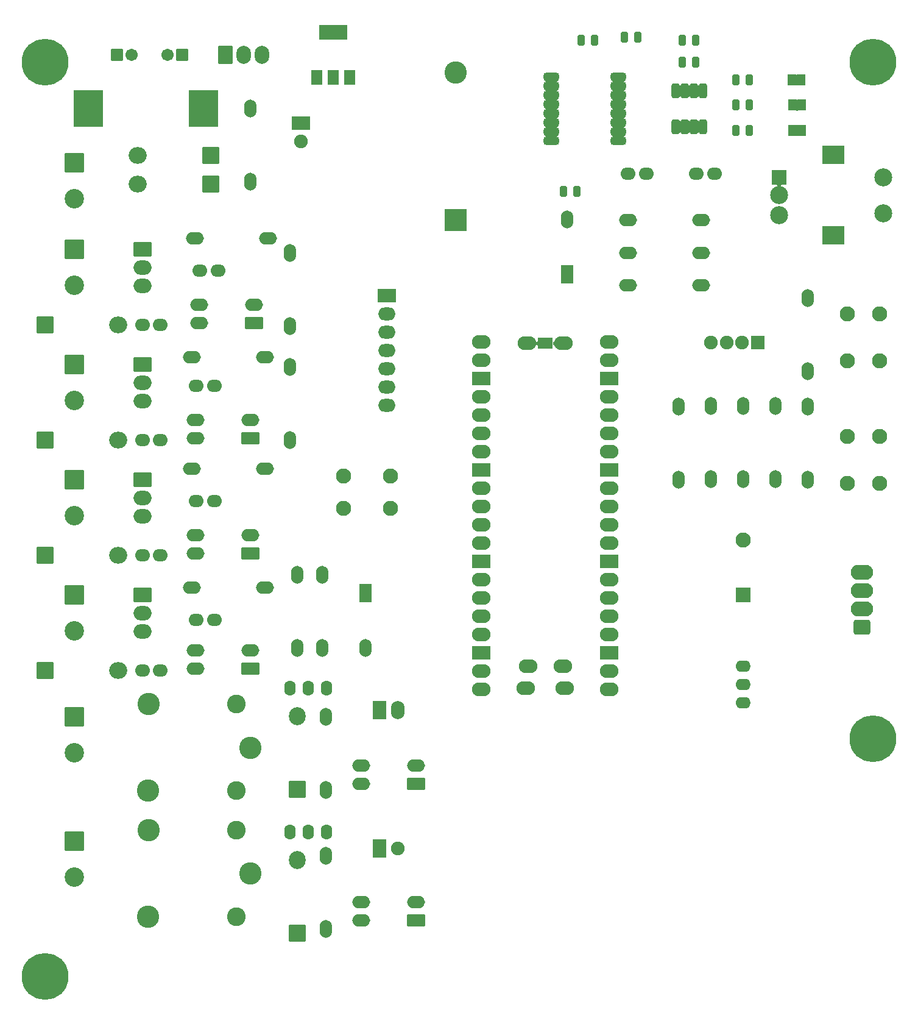
<source format=gbr>
G04 #@! TF.GenerationSoftware,KiCad,Pcbnew,(6.0.4)*
G04 #@! TF.CreationDate,2022-05-04T19:00:33-03:00*
G04 #@! TF.ProjectId,P_Inyectores_Rpi_pico,505f496e-7965-4637-946f-7265735f5270,rev?*
G04 #@! TF.SameCoordinates,Original*
G04 #@! TF.FileFunction,Soldermask,Bot*
G04 #@! TF.FilePolarity,Negative*
%FSLAX46Y46*%
G04 Gerber Fmt 4.6, Leading zero omitted, Abs format (unit mm)*
G04 Created by KiCad (PCBNEW (6.0.4)) date 2022-05-04 19:00:33*
%MOMM*%
%LPD*%
G01*
G04 APERTURE LIST*
G04 Aperture macros list*
%AMRoundRect*
0 Rectangle with rounded corners*
0 $1 Rounding radius*
0 $2 $3 $4 $5 $6 $7 $8 $9 X,Y pos of 4 corners*
0 Add a 4 corners polygon primitive as box body*
4,1,4,$2,$3,$4,$5,$6,$7,$8,$9,$2,$3,0*
0 Add four circle primitives for the rounded corners*
1,1,$1+$1,$2,$3*
1,1,$1+$1,$4,$5*
1,1,$1+$1,$6,$7*
1,1,$1+$1,$8,$9*
0 Add four rect primitives between the rounded corners*
20,1,$1+$1,$2,$3,$4,$5,0*
20,1,$1+$1,$4,$5,$6,$7,0*
20,1,$1+$1,$6,$7,$8,$9,0*
20,1,$1+$1,$8,$9,$2,$3,0*%
G04 Aperture macros list end*
%ADD10C,6.502000*%
%ADD11O,1.702000X2.502000*%
%ADD12RoundRect,0.051000X-1.300000X1.300000X-1.300000X-1.300000X1.300000X-1.300000X1.300000X1.300000X0*%
%ADD13C,2.702000*%
%ADD14RoundRect,0.051000X-1.000000X-1.000000X1.000000X-1.000000X1.000000X1.000000X-1.000000X1.000000X0*%
%ADD15C,2.502000*%
%ADD16RoundRect,0.051000X-1.500000X-1.250000X1.500000X-1.250000X1.500000X1.250000X-1.500000X1.250000X0*%
%ADD17O,2.502000X1.702000*%
%ADD18RoundRect,0.051000X-1.100000X-1.100000X1.100000X-1.100000X1.100000X1.100000X-1.100000X1.100000X0*%
%ADD19O,2.502000X2.302000*%
%ADD20O,2.102000X1.702000*%
%ADD21RoundRect,0.051000X1.000000X-1.000000X1.000000X1.000000X-1.000000X1.000000X-1.000000X-1.000000X0*%
%ADD22C,2.102000*%
%ADD23RoundRect,0.051000X1.100000X-1.100000X1.100000X1.100000X-1.100000X1.100000X-1.100000X-1.100000X0*%
%ADD24O,2.302000X2.502000*%
%ADD25RoundRect,0.051000X-1.200000X0.952500X-1.200000X-0.952500X1.200000X-0.952500X1.200000X0.952500X0*%
%ADD26O,2.502000X2.007000*%
%ADD27C,3.102000*%
%ADD28C,2.602000*%
%ADD29O,1.602000X2.102000*%
%ADD30RoundRect,0.051000X-0.900000X-1.200000X0.900000X-1.200000X0.900000X1.200000X-0.900000X1.200000X0*%
%ADD31C,1.902000*%
%ADD32RoundRect,0.051000X1.200000X0.800000X-1.200000X0.800000X-1.200000X-0.800000X1.200000X-0.800000X0*%
%ADD33O,1.902000X2.502000*%
%ADD34RoundRect,0.051000X0.900000X0.900000X-0.900000X0.900000X-0.900000X-0.900000X0.900000X-0.900000X0*%
%ADD35O,2.602000X1.902000*%
%ADD36RoundRect,0.051000X1.250000X0.850000X-1.250000X0.850000X-1.250000X-0.850000X1.250000X-0.850000X0*%
%ADD37RoundRect,0.051000X1.000000X0.750000X-1.000000X0.750000X-1.000000X-0.750000X1.000000X-0.750000X0*%
%ADD38RoundRect,0.051000X-0.800000X1.250000X-0.800000X-1.250000X0.800000X-1.250000X0.800000X1.250000X0*%
%ADD39RoundRect,0.051000X-1.250000X-0.850000X1.250000X-0.850000X1.250000X0.850000X-1.250000X0.850000X0*%
%ADD40O,2.402000X1.802000*%
%ADD41RoundRect,0.051000X1.500000X-1.500000X1.500000X1.500000X-1.500000X1.500000X-1.500000X-1.500000X0*%
%ADD42RoundRect,0.051000X0.800000X-1.250000X0.800000X1.250000X-0.800000X1.250000X-0.800000X-1.250000X0*%
%ADD43RoundRect,0.051000X0.800000X0.800000X-0.800000X0.800000X-0.800000X-0.800000X0.800000X-0.800000X0*%
%ADD44C,1.702000*%
%ADD45RoundRect,0.051000X-0.800000X-0.800000X0.800000X-0.800000X0.800000X0.800000X-0.800000X0.800000X0*%
%ADD46RoundRect,0.051000X-0.952500X-1.200000X0.952500X-1.200000X0.952500X1.200000X-0.952500X1.200000X0*%
%ADD47O,2.007000X2.502000*%
%ADD48RoundRect,0.051000X-1.200000X0.900000X-1.200000X-0.900000X1.200000X-0.900000X1.200000X0.900000X0*%
%ADD49RoundRect,0.051000X1.100000X1.100000X-1.100000X1.100000X-1.100000X-1.100000X1.100000X-1.100000X0*%
%ADD50O,2.102000X1.602000*%
%ADD51RoundRect,0.338356X0.812644X-0.712644X0.812644X0.712644X-0.812644X0.712644X-0.812644X-0.712644X0*%
%ADD52O,3.102000X2.102000*%
%ADD53RoundRect,0.294750X0.243750X0.456250X-0.243750X0.456250X-0.243750X-0.456250X0.243750X-0.456250X0*%
%ADD54RoundRect,0.051000X0.500000X0.750000X-0.500000X0.750000X-0.500000X-0.750000X0.500000X-0.750000X0*%
%ADD55RoundRect,0.301000X0.775000X0.250000X-0.775000X0.250000X-0.775000X-0.250000X0.775000X-0.250000X0*%
%ADD56RoundRect,0.051000X2.000000X2.500000X-2.000000X2.500000X-2.000000X-2.500000X2.000000X-2.500000X0*%
%ADD57RoundRect,0.051000X0.750000X-1.000000X0.750000X1.000000X-0.750000X1.000000X-0.750000X-1.000000X0*%
%ADD58RoundRect,0.051000X1.900000X-1.000000X1.900000X1.000000X-1.900000X1.000000X-1.900000X-1.000000X0*%
%ADD59RoundRect,0.301000X0.250000X-0.750000X0.250000X0.750000X-0.250000X0.750000X-0.250000X-0.750000X0*%
%ADD60RoundRect,0.294750X-0.243750X-0.456250X0.243750X-0.456250X0.243750X0.456250X-0.243750X0.456250X0*%
G04 APERTURE END LIST*
D10*
X26000000Y-153000000D03*
X141000000Y-26000000D03*
D11*
X64500000Y-97250000D03*
X64500000Y-107410000D03*
X65000000Y-117000000D03*
X65000000Y-127160000D03*
D12*
X30000000Y-68000000D03*
D13*
X30000000Y-73000000D03*
D11*
X65000000Y-136300000D03*
X65000000Y-146460000D03*
D14*
X128000000Y-42000000D03*
D15*
X128000000Y-47250000D03*
X128000000Y-44500000D03*
D16*
X135500000Y-38900000D03*
X135500000Y-50100000D03*
D15*
X142500000Y-42000000D03*
X142500000Y-47000000D03*
D17*
X56500000Y-82500000D03*
X46340000Y-82500000D03*
D11*
X61000000Y-97250000D03*
X61000000Y-107410000D03*
D17*
X56500000Y-99000000D03*
X46340000Y-99000000D03*
D10*
X26000000Y-26000000D03*
D18*
X26000000Y-94500000D03*
D19*
X36160000Y-94500000D03*
D18*
X26000000Y-78500000D03*
D19*
X36160000Y-78500000D03*
D20*
X47000000Y-71000000D03*
X49500000Y-71000000D03*
D21*
X123000000Y-100000000D03*
D22*
X123000000Y-92400000D03*
D23*
X61000000Y-127000000D03*
D24*
X61000000Y-116840000D03*
D23*
X61000000Y-147000000D03*
D24*
X61000000Y-136840000D03*
D12*
X30000000Y-117000000D03*
D13*
X30000000Y-122000000D03*
D20*
X47000000Y-103500000D03*
X49500000Y-103500000D03*
X47000000Y-87000000D03*
X49500000Y-87000000D03*
D25*
X39500000Y-52000000D03*
D26*
X39500000Y-54540000D03*
X39500000Y-57080000D03*
D17*
X107000000Y-52500000D03*
X117160000Y-52500000D03*
D25*
X39500000Y-100000000D03*
D26*
X39500000Y-102540000D03*
X39500000Y-105080000D03*
D27*
X54500000Y-121250000D03*
D28*
X52550000Y-115200000D03*
D27*
X40350000Y-115200000D03*
X40300000Y-127250000D03*
D28*
X52550000Y-127200000D03*
D17*
X107000000Y-57000000D03*
X117160000Y-57000000D03*
D11*
X123000000Y-73750000D03*
X123000000Y-83910000D03*
D29*
X60000000Y-113000000D03*
X62540000Y-113000000D03*
X65080000Y-113000000D03*
D30*
X72500000Y-135250000D03*
D31*
X75040000Y-135250000D03*
D29*
X60000000Y-133000000D03*
X62540000Y-133000000D03*
X65080000Y-133000000D03*
D11*
X118500000Y-73750000D03*
X118500000Y-83910000D03*
D27*
X54500000Y-138750000D03*
D28*
X52550000Y-132700000D03*
D27*
X40350000Y-132700000D03*
X40300000Y-144750000D03*
D28*
X52550000Y-144700000D03*
D20*
X42000000Y-94500000D03*
X39500000Y-94500000D03*
D22*
X142000000Y-61000000D03*
X142000000Y-67500000D03*
X137500000Y-61000000D03*
X137500000Y-67500000D03*
X142000000Y-78000000D03*
X142000000Y-84500000D03*
X137500000Y-78000000D03*
X137500000Y-84500000D03*
D20*
X42000000Y-62500000D03*
X39500000Y-62500000D03*
X42000000Y-110500000D03*
X39500000Y-110500000D03*
X42000000Y-78500000D03*
X39500000Y-78500000D03*
X107000000Y-41500000D03*
X109500000Y-41500000D03*
D12*
X30000000Y-40000000D03*
D13*
X30000000Y-45000000D03*
D12*
X30000000Y-100000000D03*
D13*
X30000000Y-105000000D03*
D12*
X30000000Y-84000000D03*
D13*
X30000000Y-89000000D03*
D12*
X30000000Y-134250000D03*
D13*
X30000000Y-139250000D03*
D32*
X77500000Y-126250000D03*
D17*
X77500000Y-123710000D03*
X69880000Y-123710000D03*
X69880000Y-126250000D03*
D32*
X77500000Y-145250000D03*
D17*
X77500000Y-142710000D03*
X69880000Y-142710000D03*
X69880000Y-145250000D03*
D30*
X72500000Y-116000000D03*
D33*
X75040000Y-116000000D03*
D25*
X39500000Y-84000000D03*
D26*
X39500000Y-86540000D03*
X39500000Y-89080000D03*
D25*
X39500000Y-68000000D03*
D26*
X39500000Y-70540000D03*
X39500000Y-73080000D03*
D17*
X56500000Y-67000000D03*
X46340000Y-67000000D03*
D32*
X54500000Y-78250000D03*
D17*
X54500000Y-75710000D03*
X46880000Y-75710000D03*
X46880000Y-78250000D03*
D34*
X125000000Y-65000000D03*
D31*
X122841000Y-65000000D03*
X120682000Y-65000000D03*
X118523000Y-65000000D03*
D11*
X60000000Y-52500000D03*
X60000000Y-62660000D03*
X60000000Y-78500000D03*
X60000000Y-68340000D03*
D17*
X107000000Y-48000000D03*
X117160000Y-48000000D03*
D35*
X97925000Y-109970000D03*
X93075000Y-109970000D03*
X92775000Y-113000000D03*
X98225000Y-113000000D03*
X104390000Y-113130000D03*
X104390000Y-110590000D03*
D36*
X104390000Y-108050000D03*
D35*
X104390000Y-105510000D03*
X104390000Y-102970000D03*
X104390000Y-100430000D03*
X104390000Y-97890000D03*
D36*
X104390000Y-95350000D03*
D35*
X104390000Y-92810000D03*
X104390000Y-90270000D03*
X104390000Y-87730000D03*
X104390000Y-85190000D03*
D36*
X104390000Y-82650000D03*
D35*
X104390000Y-80110000D03*
X104390000Y-77570000D03*
X104390000Y-75030000D03*
X104390000Y-72490000D03*
D36*
X104390000Y-69950000D03*
D35*
X104390000Y-67410000D03*
X104390000Y-64870000D03*
X86610000Y-64870000D03*
X86610000Y-67410000D03*
D36*
X86610000Y-69950000D03*
D35*
X86610000Y-72490000D03*
X86610000Y-75030000D03*
X86610000Y-77570000D03*
X86610000Y-80110000D03*
D36*
X86610000Y-82650000D03*
D35*
X86610000Y-85190000D03*
X86610000Y-87730000D03*
X86610000Y-90270000D03*
X86610000Y-92810000D03*
D36*
X86610000Y-95350000D03*
D35*
X86610000Y-97890000D03*
X86610000Y-100430000D03*
X86610000Y-102970000D03*
X86610000Y-105510000D03*
D36*
X86610000Y-108050000D03*
D35*
X86610000Y-110590000D03*
X86610000Y-113130000D03*
X98040000Y-65100000D03*
D37*
X95500000Y-65100000D03*
D35*
X92960000Y-65100000D03*
D38*
X70500000Y-99750000D03*
D11*
X70500000Y-107370000D03*
D20*
X119000000Y-41500000D03*
X116500000Y-41500000D03*
D39*
X73500000Y-58500000D03*
D40*
X73500000Y-61040000D03*
X73500000Y-63580000D03*
X73500000Y-66120000D03*
X73500000Y-68660000D03*
X73500000Y-71200000D03*
X73500000Y-73740000D03*
D41*
X83000000Y-48000000D03*
D27*
X83000000Y-27510000D03*
D11*
X132000000Y-84000000D03*
X132000000Y-73840000D03*
D10*
X141000000Y-120000000D03*
D42*
X98500000Y-55500000D03*
D11*
X98500000Y-47880000D03*
D43*
X45000000Y-25000000D03*
D44*
X43000000Y-25000000D03*
D45*
X36000000Y-25000000D03*
D44*
X38000000Y-25000000D03*
D46*
X51000000Y-25000000D03*
D47*
X53540000Y-25000000D03*
X56080000Y-25000000D03*
D48*
X61500000Y-34500000D03*
D31*
X61500000Y-37040000D03*
D22*
X67500000Y-88000000D03*
X74000000Y-88000000D03*
X67500000Y-83500000D03*
X74000000Y-83500000D03*
D11*
X54500000Y-32500000D03*
X54500000Y-42660000D03*
D49*
X49000000Y-39000000D03*
D19*
X38840000Y-39000000D03*
D11*
X114000000Y-84000000D03*
X114000000Y-73840000D03*
X127500000Y-73750000D03*
X127500000Y-83910000D03*
D50*
X123000000Y-115000000D03*
X123000000Y-112460000D03*
X123000000Y-109920000D03*
D17*
X57000000Y-50500000D03*
X46840000Y-50500000D03*
D20*
X47500000Y-55000000D03*
X50000000Y-55000000D03*
D32*
X55000000Y-62250000D03*
D17*
X55000000Y-59710000D03*
X47380000Y-59710000D03*
X47380000Y-62250000D03*
D18*
X26000000Y-62500000D03*
D19*
X36160000Y-62500000D03*
D18*
X26000000Y-110500000D03*
D19*
X36160000Y-110500000D03*
D12*
X30000000Y-52000000D03*
D13*
X30000000Y-57000000D03*
D49*
X49000000Y-43000000D03*
D19*
X38840000Y-43000000D03*
D32*
X54500000Y-110250000D03*
D17*
X54500000Y-107710000D03*
X46880000Y-107710000D03*
X46880000Y-110250000D03*
D32*
X54500000Y-94250000D03*
D17*
X54500000Y-91710000D03*
X46880000Y-91710000D03*
X46880000Y-94250000D03*
D11*
X132000000Y-69000000D03*
X132000000Y-58840000D03*
D51*
X139500000Y-104500000D03*
D52*
X139500000Y-101960000D03*
X139500000Y-99420000D03*
X139500000Y-96880000D03*
D53*
X123875500Y-28500000D03*
X122000500Y-28500000D03*
D54*
X131150000Y-32000000D03*
X129850000Y-32000000D03*
D53*
X116437500Y-23000000D03*
X114562500Y-23000000D03*
D54*
X131150000Y-35500000D03*
X129850000Y-35500000D03*
D55*
X105650000Y-28055000D03*
X105650000Y-29325000D03*
X105650000Y-30595000D03*
X105650000Y-31865000D03*
X105650000Y-33135000D03*
X105650000Y-34405000D03*
X105650000Y-35675000D03*
X105650000Y-36945000D03*
X96350000Y-36945000D03*
X96350000Y-35675000D03*
X96350000Y-34405000D03*
X96350000Y-33135000D03*
X96350000Y-31865000D03*
X96350000Y-30595000D03*
X96350000Y-29325000D03*
X96350000Y-28055000D03*
D53*
X123875500Y-35500000D03*
X122000500Y-35500000D03*
D56*
X48000000Y-32500000D03*
X32000000Y-32500000D03*
D54*
X131050000Y-28500000D03*
X129750000Y-28500000D03*
D57*
X68300000Y-28150000D03*
D58*
X66000000Y-21850000D03*
D57*
X66000000Y-28150000D03*
X63700000Y-28150000D03*
D59*
X117405000Y-30025000D03*
X116135000Y-30025000D03*
X114865000Y-30025000D03*
X113595000Y-30025000D03*
X113595000Y-34975000D03*
X114865000Y-34975000D03*
X116135000Y-34975000D03*
X117405000Y-34975000D03*
D53*
X116437500Y-26000000D03*
X114562500Y-26000000D03*
D60*
X98000000Y-44000000D03*
X99875000Y-44000000D03*
D53*
X100500500Y-23000000D03*
X102375500Y-23000000D03*
X123875500Y-32000000D03*
X122000500Y-32000000D03*
X108337500Y-22600000D03*
X106462500Y-22600000D03*
G36*
X96552919Y-64754225D02*
G01*
X96572595Y-64821237D01*
X96624938Y-64866592D01*
X96693491Y-64876449D01*
X96756513Y-64847667D01*
X96788295Y-64800761D01*
X96790095Y-64799888D01*
X96791750Y-64801010D01*
X96791886Y-64802387D01*
X96752181Y-64954817D01*
X96742143Y-65146354D01*
X96770825Y-65336006D01*
X96816083Y-65459014D01*
X96815743Y-65460985D01*
X96813866Y-65461676D01*
X96812385Y-65460533D01*
X96788086Y-65407088D01*
X96742624Y-65354445D01*
X96676203Y-65334821D01*
X96609718Y-65354224D01*
X96564228Y-65406545D01*
X96552954Y-65458163D01*
X96551607Y-65459642D01*
X96549653Y-65459215D01*
X96549000Y-65457736D01*
X96549000Y-64754788D01*
X96550000Y-64753056D01*
X96552000Y-64753056D01*
X96552919Y-64754225D01*
G37*
G36*
X94187615Y-64739467D02*
G01*
X94211914Y-64792912D01*
X94257376Y-64845555D01*
X94323797Y-64865179D01*
X94390282Y-64845776D01*
X94435772Y-64793455D01*
X94447046Y-64741837D01*
X94448393Y-64740358D01*
X94450347Y-64740785D01*
X94451000Y-64742264D01*
X94451000Y-65445212D01*
X94450000Y-65446944D01*
X94448000Y-65446944D01*
X94447081Y-65445775D01*
X94427405Y-65378763D01*
X94375062Y-65333408D01*
X94306509Y-65323551D01*
X94243487Y-65352333D01*
X94211705Y-65399239D01*
X94209905Y-65400112D01*
X94208250Y-65398990D01*
X94208114Y-65397613D01*
X94247819Y-65245183D01*
X94257857Y-65053646D01*
X94229175Y-64863994D01*
X94183917Y-64740986D01*
X94184257Y-64739015D01*
X94186134Y-64738324D01*
X94187615Y-64739467D01*
G37*
G36*
X128371143Y-43050000D02*
G01*
X128371143Y-43052000D01*
X128369974Y-43052919D01*
X128302962Y-43072595D01*
X128257607Y-43124938D01*
X128247750Y-43193491D01*
X128276533Y-43256517D01*
X128328600Y-43292028D01*
X128372164Y-43307456D01*
X128373463Y-43308977D01*
X128372795Y-43310862D01*
X128370978Y-43311273D01*
X128216882Y-43269982D01*
X128000000Y-43251007D01*
X127783118Y-43269982D01*
X127643008Y-43307525D01*
X127641076Y-43307007D01*
X127640558Y-43305075D01*
X127641869Y-43303692D01*
X127674575Y-43293002D01*
X127731926Y-43253639D01*
X127758775Y-43189796D01*
X127746846Y-43121574D01*
X127699914Y-43070618D01*
X127636103Y-43052927D01*
X127634701Y-43051501D01*
X127635235Y-43049574D01*
X127636637Y-43049000D01*
X128369411Y-43049000D01*
X128371143Y-43050000D01*
G37*
G36*
X97250804Y-36191816D02*
G01*
X97251616Y-36193644D01*
X97250535Y-36195215D01*
X97240601Y-36200277D01*
X97190031Y-36248037D01*
X97173383Y-36315263D01*
X97195738Y-36380863D01*
X97240564Y-36419705D01*
X97250391Y-36424711D01*
X97251480Y-36426388D01*
X97250572Y-36428170D01*
X97248674Y-36428322D01*
X97193715Y-36404025D01*
X97124880Y-36396000D01*
X95575114Y-36396000D01*
X95505781Y-36404144D01*
X95451185Y-36428395D01*
X95449196Y-36428184D01*
X95448384Y-36426356D01*
X95449465Y-36424785D01*
X95459399Y-36419723D01*
X95509969Y-36371963D01*
X95526617Y-36304737D01*
X95504262Y-36239137D01*
X95459436Y-36200295D01*
X95449609Y-36195289D01*
X95448520Y-36193612D01*
X95449428Y-36191830D01*
X95451326Y-36191678D01*
X95506285Y-36215975D01*
X95575120Y-36224000D01*
X97124886Y-36224000D01*
X97194219Y-36215856D01*
X97248815Y-36191605D01*
X97250804Y-36191816D01*
G37*
G36*
X106550804Y-36191816D02*
G01*
X106551616Y-36193644D01*
X106550535Y-36195215D01*
X106540601Y-36200277D01*
X106490031Y-36248037D01*
X106473383Y-36315263D01*
X106495738Y-36380863D01*
X106540564Y-36419705D01*
X106550391Y-36424711D01*
X106551480Y-36426388D01*
X106550572Y-36428170D01*
X106548674Y-36428322D01*
X106493715Y-36404025D01*
X106424880Y-36396000D01*
X104875114Y-36396000D01*
X104805781Y-36404144D01*
X104751185Y-36428395D01*
X104749196Y-36428184D01*
X104748384Y-36426356D01*
X104749465Y-36424785D01*
X104759399Y-36419723D01*
X104809969Y-36371963D01*
X104826617Y-36304737D01*
X104804262Y-36239137D01*
X104759436Y-36200295D01*
X104749609Y-36195289D01*
X104748520Y-36193612D01*
X104749428Y-36191830D01*
X104751326Y-36191678D01*
X104806285Y-36215975D01*
X104875120Y-36224000D01*
X106424886Y-36224000D01*
X106494219Y-36215856D01*
X106548815Y-36191605D01*
X106550804Y-36191816D01*
G37*
G36*
X130399267Y-34733301D02*
G01*
X130450946Y-34776489D01*
X130519661Y-34785120D01*
X130582291Y-34755156D01*
X130600348Y-34734318D01*
X130602238Y-34733664D01*
X130603749Y-34734974D01*
X130603821Y-34736018D01*
X130601000Y-34750199D01*
X130601000Y-36249801D01*
X130603978Y-36264774D01*
X130603335Y-36266668D01*
X130601373Y-36267058D01*
X130600733Y-36266699D01*
X130549054Y-36223511D01*
X130480339Y-36214880D01*
X130417709Y-36244844D01*
X130399652Y-36265682D01*
X130397762Y-36266336D01*
X130396251Y-36265026D01*
X130396179Y-36263982D01*
X130399000Y-36249801D01*
X130399000Y-34750199D01*
X130396022Y-34735226D01*
X130396665Y-34733332D01*
X130398627Y-34732942D01*
X130399267Y-34733301D01*
G37*
G36*
X114115215Y-34099465D02*
G01*
X114120277Y-34109399D01*
X114168037Y-34159969D01*
X114235263Y-34176617D01*
X114300863Y-34154262D01*
X114339705Y-34109436D01*
X114344711Y-34099609D01*
X114346388Y-34098520D01*
X114348170Y-34099428D01*
X114348322Y-34101326D01*
X114324025Y-34156285D01*
X114316000Y-34225120D01*
X114316000Y-35724886D01*
X114324144Y-35794219D01*
X114348395Y-35848815D01*
X114348184Y-35850804D01*
X114346356Y-35851616D01*
X114344785Y-35850535D01*
X114339723Y-35840601D01*
X114291963Y-35790031D01*
X114224737Y-35773383D01*
X114159137Y-35795738D01*
X114120295Y-35840564D01*
X114115289Y-35850391D01*
X114113612Y-35851480D01*
X114111830Y-35850572D01*
X114111678Y-35848674D01*
X114135975Y-35793715D01*
X114144000Y-35724880D01*
X114144000Y-34225114D01*
X114135856Y-34155781D01*
X114111605Y-34101185D01*
X114111816Y-34099196D01*
X114113644Y-34098384D01*
X114115215Y-34099465D01*
G37*
G36*
X115385215Y-34099465D02*
G01*
X115390277Y-34109399D01*
X115438037Y-34159969D01*
X115505263Y-34176617D01*
X115570863Y-34154262D01*
X115609705Y-34109436D01*
X115614711Y-34099609D01*
X115616388Y-34098520D01*
X115618170Y-34099428D01*
X115618322Y-34101326D01*
X115594025Y-34156285D01*
X115586000Y-34225120D01*
X115586000Y-35724886D01*
X115594144Y-35794219D01*
X115618395Y-35848815D01*
X115618184Y-35850804D01*
X115616356Y-35851616D01*
X115614785Y-35850535D01*
X115609723Y-35840601D01*
X115561963Y-35790031D01*
X115494737Y-35773383D01*
X115429137Y-35795738D01*
X115390295Y-35840564D01*
X115385289Y-35850391D01*
X115383612Y-35851480D01*
X115381830Y-35850572D01*
X115381678Y-35848674D01*
X115405975Y-35793715D01*
X115414000Y-35724880D01*
X115414000Y-34225114D01*
X115405856Y-34155781D01*
X115381605Y-34101185D01*
X115381816Y-34099196D01*
X115383644Y-34098384D01*
X115385215Y-34099465D01*
G37*
G36*
X116655215Y-34099465D02*
G01*
X116660277Y-34109399D01*
X116708037Y-34159969D01*
X116775263Y-34176617D01*
X116840863Y-34154262D01*
X116879705Y-34109436D01*
X116884711Y-34099609D01*
X116886388Y-34098520D01*
X116888170Y-34099428D01*
X116888322Y-34101326D01*
X116864025Y-34156285D01*
X116856000Y-34225120D01*
X116856000Y-35724886D01*
X116864144Y-35794219D01*
X116888395Y-35848815D01*
X116888184Y-35850804D01*
X116886356Y-35851616D01*
X116884785Y-35850535D01*
X116879723Y-35840601D01*
X116831963Y-35790031D01*
X116764737Y-35773383D01*
X116699137Y-35795738D01*
X116660295Y-35840564D01*
X116655289Y-35850391D01*
X116653612Y-35851480D01*
X116651830Y-35850572D01*
X116651678Y-35848674D01*
X116675975Y-35793715D01*
X116684000Y-35724880D01*
X116684000Y-34225114D01*
X116675856Y-34155781D01*
X116651605Y-34101185D01*
X116651816Y-34099196D01*
X116653644Y-34098384D01*
X116655215Y-34099465D01*
G37*
G36*
X106550804Y-34921816D02*
G01*
X106551616Y-34923644D01*
X106550535Y-34925215D01*
X106540601Y-34930277D01*
X106490031Y-34978037D01*
X106473383Y-35045263D01*
X106495738Y-35110863D01*
X106540564Y-35149705D01*
X106550391Y-35154711D01*
X106551480Y-35156388D01*
X106550572Y-35158170D01*
X106548674Y-35158322D01*
X106493715Y-35134025D01*
X106424880Y-35126000D01*
X104875114Y-35126000D01*
X104805781Y-35134144D01*
X104751185Y-35158395D01*
X104749196Y-35158184D01*
X104748384Y-35156356D01*
X104749465Y-35154785D01*
X104759399Y-35149723D01*
X104809969Y-35101963D01*
X104826617Y-35034737D01*
X104804262Y-34969137D01*
X104759436Y-34930295D01*
X104749609Y-34925289D01*
X104748520Y-34923612D01*
X104749428Y-34921830D01*
X104751326Y-34921678D01*
X104806285Y-34945975D01*
X104875120Y-34954000D01*
X106424886Y-34954000D01*
X106494219Y-34945856D01*
X106548815Y-34921605D01*
X106550804Y-34921816D01*
G37*
G36*
X97250804Y-34921816D02*
G01*
X97251616Y-34923644D01*
X97250535Y-34925215D01*
X97240601Y-34930277D01*
X97190031Y-34978037D01*
X97173383Y-35045263D01*
X97195738Y-35110863D01*
X97240564Y-35149705D01*
X97250391Y-35154711D01*
X97251480Y-35156388D01*
X97250572Y-35158170D01*
X97248674Y-35158322D01*
X97193715Y-35134025D01*
X97124880Y-35126000D01*
X95575114Y-35126000D01*
X95505781Y-35134144D01*
X95451185Y-35158395D01*
X95449196Y-35158184D01*
X95448384Y-35156356D01*
X95449465Y-35154785D01*
X95459399Y-35149723D01*
X95509969Y-35101963D01*
X95526617Y-35034737D01*
X95504262Y-34969137D01*
X95459436Y-34930295D01*
X95449609Y-34925289D01*
X95448520Y-34923612D01*
X95449428Y-34921830D01*
X95451326Y-34921678D01*
X95506285Y-34945975D01*
X95575120Y-34954000D01*
X97124886Y-34954000D01*
X97194219Y-34945856D01*
X97248815Y-34921605D01*
X97250804Y-34921816D01*
G37*
G36*
X97250804Y-33651816D02*
G01*
X97251616Y-33653644D01*
X97250535Y-33655215D01*
X97240601Y-33660277D01*
X97190031Y-33708037D01*
X97173383Y-33775263D01*
X97195738Y-33840863D01*
X97240564Y-33879705D01*
X97250391Y-33884711D01*
X97251480Y-33886388D01*
X97250572Y-33888170D01*
X97248674Y-33888322D01*
X97193715Y-33864025D01*
X97124880Y-33856000D01*
X95575114Y-33856000D01*
X95505781Y-33864144D01*
X95451185Y-33888395D01*
X95449196Y-33888184D01*
X95448384Y-33886356D01*
X95449465Y-33884785D01*
X95459399Y-33879723D01*
X95509969Y-33831963D01*
X95526617Y-33764737D01*
X95504262Y-33699137D01*
X95459436Y-33660295D01*
X95449609Y-33655289D01*
X95448520Y-33653612D01*
X95449428Y-33651830D01*
X95451326Y-33651678D01*
X95506285Y-33675975D01*
X95575120Y-33684000D01*
X97124886Y-33684000D01*
X97194219Y-33675856D01*
X97248815Y-33651605D01*
X97250804Y-33651816D01*
G37*
G36*
X106550804Y-33651816D02*
G01*
X106551616Y-33653644D01*
X106550535Y-33655215D01*
X106540601Y-33660277D01*
X106490031Y-33708037D01*
X106473383Y-33775263D01*
X106495738Y-33840863D01*
X106540564Y-33879705D01*
X106550391Y-33884711D01*
X106551480Y-33886388D01*
X106550572Y-33888170D01*
X106548674Y-33888322D01*
X106493715Y-33864025D01*
X106424880Y-33856000D01*
X104875114Y-33856000D01*
X104805781Y-33864144D01*
X104751185Y-33888395D01*
X104749196Y-33888184D01*
X104748384Y-33886356D01*
X104749465Y-33884785D01*
X104759399Y-33879723D01*
X104809969Y-33831963D01*
X104826617Y-33764737D01*
X104804262Y-33699137D01*
X104759436Y-33660295D01*
X104749609Y-33655289D01*
X104748520Y-33653612D01*
X104749428Y-33651830D01*
X104751326Y-33651678D01*
X104806285Y-33675975D01*
X104875120Y-33684000D01*
X106424886Y-33684000D01*
X106494219Y-33675856D01*
X106548815Y-33651605D01*
X106550804Y-33651816D01*
G37*
G36*
X130399267Y-31233301D02*
G01*
X130450946Y-31276489D01*
X130519661Y-31285120D01*
X130582291Y-31255156D01*
X130600348Y-31234318D01*
X130602238Y-31233664D01*
X130603749Y-31234974D01*
X130603821Y-31236018D01*
X130601000Y-31250199D01*
X130601000Y-32749801D01*
X130603978Y-32764774D01*
X130603335Y-32766668D01*
X130601373Y-32767058D01*
X130600733Y-32766699D01*
X130549054Y-32723511D01*
X130480339Y-32714880D01*
X130417709Y-32744844D01*
X130399652Y-32765682D01*
X130397762Y-32766336D01*
X130396251Y-32765026D01*
X130396179Y-32763982D01*
X130399000Y-32749801D01*
X130399000Y-31250199D01*
X130396022Y-31235226D01*
X130396665Y-31233332D01*
X130398627Y-31232942D01*
X130399267Y-31233301D01*
G37*
G36*
X97250804Y-32381816D02*
G01*
X97251616Y-32383644D01*
X97250535Y-32385215D01*
X97240601Y-32390277D01*
X97190031Y-32438037D01*
X97173383Y-32505263D01*
X97195738Y-32570863D01*
X97240564Y-32609705D01*
X97250391Y-32614711D01*
X97251480Y-32616388D01*
X97250572Y-32618170D01*
X97248674Y-32618322D01*
X97193715Y-32594025D01*
X97124880Y-32586000D01*
X95575114Y-32586000D01*
X95505781Y-32594144D01*
X95451185Y-32618395D01*
X95449196Y-32618184D01*
X95448384Y-32616356D01*
X95449465Y-32614785D01*
X95459399Y-32609723D01*
X95509969Y-32561963D01*
X95526617Y-32494737D01*
X95504262Y-32429137D01*
X95459436Y-32390295D01*
X95449609Y-32385289D01*
X95448520Y-32383612D01*
X95449428Y-32381830D01*
X95451326Y-32381678D01*
X95506285Y-32405975D01*
X95575120Y-32414000D01*
X97124886Y-32414000D01*
X97194219Y-32405856D01*
X97248815Y-32381605D01*
X97250804Y-32381816D01*
G37*
G36*
X106550804Y-32381816D02*
G01*
X106551616Y-32383644D01*
X106550535Y-32385215D01*
X106540601Y-32390277D01*
X106490031Y-32438037D01*
X106473383Y-32505263D01*
X106495738Y-32570863D01*
X106540564Y-32609705D01*
X106550391Y-32614711D01*
X106551480Y-32616388D01*
X106550572Y-32618170D01*
X106548674Y-32618322D01*
X106493715Y-32594025D01*
X106424880Y-32586000D01*
X104875114Y-32586000D01*
X104805781Y-32594144D01*
X104751185Y-32618395D01*
X104749196Y-32618184D01*
X104748384Y-32616356D01*
X104749465Y-32614785D01*
X104759399Y-32609723D01*
X104809969Y-32561963D01*
X104826617Y-32494737D01*
X104804262Y-32429137D01*
X104759436Y-32390295D01*
X104749609Y-32385289D01*
X104748520Y-32383612D01*
X104749428Y-32381830D01*
X104751326Y-32381678D01*
X104806285Y-32405975D01*
X104875120Y-32414000D01*
X106424886Y-32414000D01*
X106494219Y-32405856D01*
X106548815Y-32381605D01*
X106550804Y-32381816D01*
G37*
G36*
X97250804Y-31111816D02*
G01*
X97251616Y-31113644D01*
X97250535Y-31115215D01*
X97240601Y-31120277D01*
X97190031Y-31168037D01*
X97173383Y-31235263D01*
X97195738Y-31300863D01*
X97240564Y-31339705D01*
X97250391Y-31344711D01*
X97251480Y-31346388D01*
X97250572Y-31348170D01*
X97248674Y-31348322D01*
X97193715Y-31324025D01*
X97124880Y-31316000D01*
X95575114Y-31316000D01*
X95505781Y-31324144D01*
X95451185Y-31348395D01*
X95449196Y-31348184D01*
X95448384Y-31346356D01*
X95449465Y-31344785D01*
X95459399Y-31339723D01*
X95509969Y-31291963D01*
X95526617Y-31224737D01*
X95504262Y-31159137D01*
X95459436Y-31120295D01*
X95449609Y-31115289D01*
X95448520Y-31113612D01*
X95449428Y-31111830D01*
X95451326Y-31111678D01*
X95506285Y-31135975D01*
X95575120Y-31144000D01*
X97124886Y-31144000D01*
X97194219Y-31135856D01*
X97248815Y-31111605D01*
X97250804Y-31111816D01*
G37*
G36*
X106550804Y-31111816D02*
G01*
X106551616Y-31113644D01*
X106550535Y-31115215D01*
X106540601Y-31120277D01*
X106490031Y-31168037D01*
X106473383Y-31235263D01*
X106495738Y-31300863D01*
X106540564Y-31339705D01*
X106550391Y-31344711D01*
X106551480Y-31346388D01*
X106550572Y-31348170D01*
X106548674Y-31348322D01*
X106493715Y-31324025D01*
X106424880Y-31316000D01*
X104875114Y-31316000D01*
X104805781Y-31324144D01*
X104751185Y-31348395D01*
X104749196Y-31348184D01*
X104748384Y-31346356D01*
X104749465Y-31344785D01*
X104759399Y-31339723D01*
X104809969Y-31291963D01*
X104826617Y-31224737D01*
X104804262Y-31159137D01*
X104759436Y-31120295D01*
X104749609Y-31115289D01*
X104748520Y-31113612D01*
X104749428Y-31111830D01*
X104751326Y-31111678D01*
X104806285Y-31135975D01*
X104875120Y-31144000D01*
X106424886Y-31144000D01*
X106494219Y-31135856D01*
X106548815Y-31111605D01*
X106550804Y-31111816D01*
G37*
G36*
X115385215Y-29149465D02*
G01*
X115390277Y-29159399D01*
X115438037Y-29209969D01*
X115505263Y-29226617D01*
X115570863Y-29204262D01*
X115609705Y-29159436D01*
X115614711Y-29149609D01*
X115616388Y-29148520D01*
X115618170Y-29149428D01*
X115618322Y-29151326D01*
X115594025Y-29206285D01*
X115586000Y-29275120D01*
X115586000Y-30774886D01*
X115594144Y-30844219D01*
X115618395Y-30898815D01*
X115618184Y-30900804D01*
X115616356Y-30901616D01*
X115614785Y-30900535D01*
X115609723Y-30890601D01*
X115561963Y-30840031D01*
X115494737Y-30823383D01*
X115429137Y-30845738D01*
X115390295Y-30890564D01*
X115385289Y-30900391D01*
X115383612Y-30901480D01*
X115381830Y-30900572D01*
X115381678Y-30898674D01*
X115405975Y-30843715D01*
X115414000Y-30774880D01*
X115414000Y-29275114D01*
X115405856Y-29205781D01*
X115381605Y-29151185D01*
X115381816Y-29149196D01*
X115383644Y-29148384D01*
X115385215Y-29149465D01*
G37*
G36*
X114115215Y-29149465D02*
G01*
X114120277Y-29159399D01*
X114168037Y-29209969D01*
X114235263Y-29226617D01*
X114300863Y-29204262D01*
X114339705Y-29159436D01*
X114344711Y-29149609D01*
X114346388Y-29148520D01*
X114348170Y-29149428D01*
X114348322Y-29151326D01*
X114324025Y-29206285D01*
X114316000Y-29275120D01*
X114316000Y-30774886D01*
X114324144Y-30844219D01*
X114348395Y-30898815D01*
X114348184Y-30900804D01*
X114346356Y-30901616D01*
X114344785Y-30900535D01*
X114339723Y-30890601D01*
X114291963Y-30840031D01*
X114224737Y-30823383D01*
X114159137Y-30845738D01*
X114120295Y-30890564D01*
X114115289Y-30900391D01*
X114113612Y-30901480D01*
X114111830Y-30900572D01*
X114111678Y-30898674D01*
X114135975Y-30843715D01*
X114144000Y-30774880D01*
X114144000Y-29275114D01*
X114135856Y-29205781D01*
X114111605Y-29151185D01*
X114111816Y-29149196D01*
X114113644Y-29148384D01*
X114115215Y-29149465D01*
G37*
G36*
X116655215Y-29149465D02*
G01*
X116660277Y-29159399D01*
X116708037Y-29209969D01*
X116775263Y-29226617D01*
X116840863Y-29204262D01*
X116879705Y-29159436D01*
X116884711Y-29149609D01*
X116886388Y-29148520D01*
X116888170Y-29149428D01*
X116888322Y-29151326D01*
X116864025Y-29206285D01*
X116856000Y-29275120D01*
X116856000Y-30774886D01*
X116864144Y-30844219D01*
X116888395Y-30898815D01*
X116888184Y-30900804D01*
X116886356Y-30901616D01*
X116884785Y-30900535D01*
X116879723Y-30890601D01*
X116831963Y-30840031D01*
X116764737Y-30823383D01*
X116699137Y-30845738D01*
X116660295Y-30890564D01*
X116655289Y-30900391D01*
X116653612Y-30901480D01*
X116651830Y-30900572D01*
X116651678Y-30898674D01*
X116675975Y-30843715D01*
X116684000Y-30774880D01*
X116684000Y-29275114D01*
X116675856Y-29205781D01*
X116651605Y-29151185D01*
X116651816Y-29149196D01*
X116653644Y-29148384D01*
X116655215Y-29149465D01*
G37*
G36*
X106550804Y-29841816D02*
G01*
X106551616Y-29843644D01*
X106550535Y-29845215D01*
X106540601Y-29850277D01*
X106490031Y-29898037D01*
X106473383Y-29965263D01*
X106495738Y-30030863D01*
X106540564Y-30069705D01*
X106550391Y-30074711D01*
X106551480Y-30076388D01*
X106550572Y-30078170D01*
X106548674Y-30078322D01*
X106493715Y-30054025D01*
X106424880Y-30046000D01*
X104875114Y-30046000D01*
X104805781Y-30054144D01*
X104751185Y-30078395D01*
X104749196Y-30078184D01*
X104748384Y-30076356D01*
X104749465Y-30074785D01*
X104759399Y-30069723D01*
X104809969Y-30021963D01*
X104826617Y-29954737D01*
X104804262Y-29889137D01*
X104759436Y-29850295D01*
X104749609Y-29845289D01*
X104748520Y-29843612D01*
X104749428Y-29841830D01*
X104751326Y-29841678D01*
X104806285Y-29865975D01*
X104875120Y-29874000D01*
X106424886Y-29874000D01*
X106494219Y-29865856D01*
X106548815Y-29841605D01*
X106550804Y-29841816D01*
G37*
G36*
X97250804Y-29841816D02*
G01*
X97251616Y-29843644D01*
X97250535Y-29845215D01*
X97240601Y-29850277D01*
X97190031Y-29898037D01*
X97173383Y-29965263D01*
X97195738Y-30030863D01*
X97240564Y-30069705D01*
X97250391Y-30074711D01*
X97251480Y-30076388D01*
X97250572Y-30078170D01*
X97248674Y-30078322D01*
X97193715Y-30054025D01*
X97124880Y-30046000D01*
X95575114Y-30046000D01*
X95505781Y-30054144D01*
X95451185Y-30078395D01*
X95449196Y-30078184D01*
X95448384Y-30076356D01*
X95449465Y-30074785D01*
X95459399Y-30069723D01*
X95509969Y-30021963D01*
X95526617Y-29954737D01*
X95504262Y-29889137D01*
X95459436Y-29850295D01*
X95449609Y-29845289D01*
X95448520Y-29843612D01*
X95449428Y-29841830D01*
X95451326Y-29841678D01*
X95506285Y-29865975D01*
X95575120Y-29874000D01*
X97124886Y-29874000D01*
X97194219Y-29865856D01*
X97248815Y-29841605D01*
X97250804Y-29841816D01*
G37*
G36*
X130299267Y-27733301D02*
G01*
X130350946Y-27776489D01*
X130419661Y-27785120D01*
X130482291Y-27755156D01*
X130500348Y-27734318D01*
X130502238Y-27733664D01*
X130503749Y-27734974D01*
X130503821Y-27736018D01*
X130501000Y-27750199D01*
X130501000Y-29249801D01*
X130503978Y-29264774D01*
X130503335Y-29266668D01*
X130501373Y-29267058D01*
X130500733Y-29266699D01*
X130449054Y-29223511D01*
X130380339Y-29214880D01*
X130317709Y-29244844D01*
X130299652Y-29265682D01*
X130297762Y-29266336D01*
X130296251Y-29265026D01*
X130296179Y-29263982D01*
X130299000Y-29249801D01*
X130299000Y-27750199D01*
X130296022Y-27735226D01*
X130296665Y-27733332D01*
X130298627Y-27732942D01*
X130299267Y-27733301D01*
G37*
G36*
X97250804Y-28571816D02*
G01*
X97251616Y-28573644D01*
X97250535Y-28575215D01*
X97240601Y-28580277D01*
X97190031Y-28628037D01*
X97173383Y-28695263D01*
X97195738Y-28760863D01*
X97240564Y-28799705D01*
X97250391Y-28804711D01*
X97251480Y-28806388D01*
X97250572Y-28808170D01*
X97248674Y-28808322D01*
X97193715Y-28784025D01*
X97124880Y-28776000D01*
X95575114Y-28776000D01*
X95505781Y-28784144D01*
X95451185Y-28808395D01*
X95449196Y-28808184D01*
X95448384Y-28806356D01*
X95449465Y-28804785D01*
X95459399Y-28799723D01*
X95509969Y-28751963D01*
X95526617Y-28684737D01*
X95504262Y-28619137D01*
X95459436Y-28580295D01*
X95449609Y-28575289D01*
X95448520Y-28573612D01*
X95449428Y-28571830D01*
X95451326Y-28571678D01*
X95506285Y-28595975D01*
X95575120Y-28604000D01*
X97124886Y-28604000D01*
X97194219Y-28595856D01*
X97248815Y-28571605D01*
X97250804Y-28571816D01*
G37*
G36*
X106550804Y-28571816D02*
G01*
X106551616Y-28573644D01*
X106550535Y-28575215D01*
X106540601Y-28580277D01*
X106490031Y-28628037D01*
X106473383Y-28695263D01*
X106495738Y-28760863D01*
X106540564Y-28799705D01*
X106550391Y-28804711D01*
X106551480Y-28806388D01*
X106550572Y-28808170D01*
X106548674Y-28808322D01*
X106493715Y-28784025D01*
X106424880Y-28776000D01*
X104875114Y-28776000D01*
X104805781Y-28784144D01*
X104751185Y-28808395D01*
X104749196Y-28808184D01*
X104748384Y-28806356D01*
X104749465Y-28804785D01*
X104759399Y-28799723D01*
X104809969Y-28751963D01*
X104826617Y-28684737D01*
X104804262Y-28619137D01*
X104759436Y-28580295D01*
X104749609Y-28575289D01*
X104748520Y-28573612D01*
X104749428Y-28571830D01*
X104751326Y-28571678D01*
X104806285Y-28595975D01*
X104875120Y-28604000D01*
X106424886Y-28604000D01*
X106494219Y-28595856D01*
X106548815Y-28571605D01*
X106550804Y-28571816D01*
G37*
M02*

</source>
